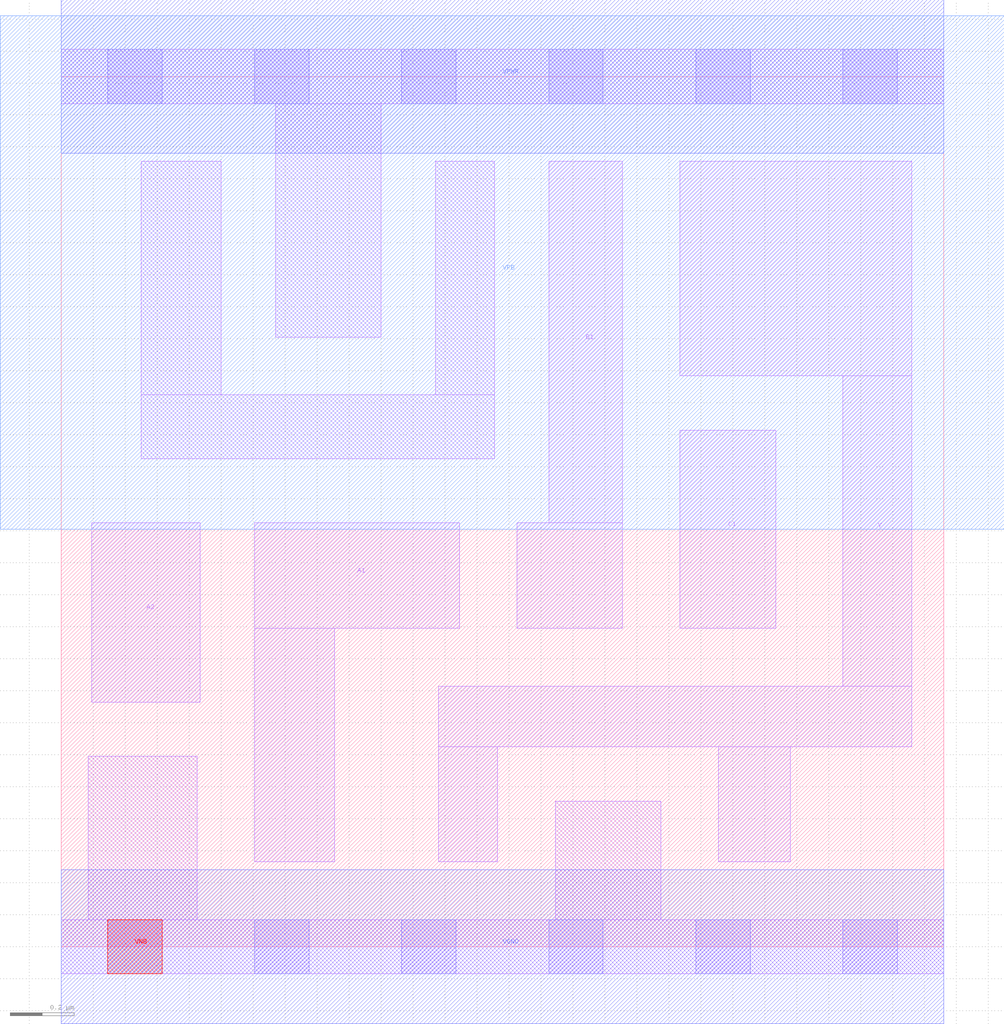
<source format=lef>
# Copyright 2020 The SkyWater PDK Authors
#
# Licensed under the Apache License, Version 2.0 (the "License");
# you may not use this file except in compliance with the License.
# You may obtain a copy of the License at
#
#     https://www.apache.org/licenses/LICENSE-2.0
#
# Unless required by applicable law or agreed to in writing, software
# distributed under the License is distributed on an "AS IS" BASIS,
# WITHOUT WARRANTIES OR CONDITIONS OF ANY KIND, either express or implied.
# See the License for the specific language governing permissions and
# limitations under the License.
#
# SPDX-License-Identifier: Apache-2.0

VERSION 5.7 ;
  NOWIREEXTENSIONATPIN ON ;
  DIVIDERCHAR "/" ;
  BUSBITCHARS "[]" ;
MACRO sky130_fd_sc_hd__a211oi_1
  CLASS CORE ;
  FOREIGN sky130_fd_sc_hd__a211oi_1 ;
  ORIGIN  0.000000  0.000000 ;
  SIZE  2.760000 BY  2.720000 ;
  SYMMETRY X Y R90 ;
  SITE unithd ;
  PIN A1
    ANTENNAGATEAREA  0.247500 ;
    DIRECTION INPUT ;
    USE SIGNAL ;
    PORT
      LAYER li1 ;
        RECT 0.605000 0.265000 0.855000 0.995000 ;
        RECT 0.605000 0.995000 1.245000 1.325000 ;
    END
  END A1
  PIN A2
    ANTENNAGATEAREA  0.247500 ;
    DIRECTION INPUT ;
    USE SIGNAL ;
    PORT
      LAYER li1 ;
        RECT 0.095000 0.765000 0.435000 1.325000 ;
    END
  END A2
  PIN B1
    ANTENNAGATEAREA  0.247500 ;
    DIRECTION INPUT ;
    USE SIGNAL ;
    PORT
      LAYER li1 ;
        RECT 1.425000 0.995000 1.755000 1.325000 ;
        RECT 1.525000 1.325000 1.755000 2.455000 ;
    END
  END B1
  PIN C1
    ANTENNAGATEAREA  0.247500 ;
    DIRECTION INPUT ;
    USE SIGNAL ;
    PORT
      LAYER li1 ;
        RECT 1.935000 0.995000 2.235000 1.615000 ;
    END
  END C1
  PIN VNB
    PORT
      LAYER pwell ;
        RECT 0.145000 -0.085000 0.315000 0.085000 ;
    END
  END VNB
  PIN VPB
    PORT
      LAYER nwell ;
        RECT -0.190000 1.305000 2.950000 2.910000 ;
    END
  END VPB
  PIN Y
    ANTENNADIFFAREA  0.619250 ;
    DIRECTION OUTPUT ;
    USE SIGNAL ;
    PORT
      LAYER li1 ;
        RECT 1.180000 0.265000 1.365000 0.625000 ;
        RECT 1.180000 0.625000 2.660000 0.815000 ;
        RECT 1.935000 1.785000 2.660000 2.455000 ;
        RECT 2.055000 0.265000 2.280000 0.625000 ;
        RECT 2.445000 0.815000 2.660000 1.785000 ;
    END
  END Y
  PIN VGND
    DIRECTION INOUT ;
    SHAPE ABUTMENT ;
    USE GROUND ;
    PORT
      LAYER met1 ;
        RECT 0.000000 -0.240000 2.760000 0.240000 ;
    END
  END VGND
  PIN VPWR
    DIRECTION INOUT ;
    SHAPE ABUTMENT ;
    USE POWER ;
    PORT
      LAYER met1 ;
        RECT 0.000000 2.480000 2.760000 2.960000 ;
    END
  END VPWR
  OBS
    LAYER li1 ;
      RECT 0.000000 -0.085000 2.760000 0.085000 ;
      RECT 0.000000  2.635000 2.760000 2.805000 ;
      RECT 0.085000  0.085000 0.425000 0.595000 ;
      RECT 0.250000  1.525000 1.355000 1.725000 ;
      RECT 0.250000  1.725000 0.500000 2.455000 ;
      RECT 0.670000  1.905000 1.000000 2.635000 ;
      RECT 1.170000  1.725000 1.355000 2.455000 ;
      RECT 1.545000  0.085000 1.875000 0.455000 ;
    LAYER mcon ;
      RECT 0.145000 -0.085000 0.315000 0.085000 ;
      RECT 0.145000  2.635000 0.315000 2.805000 ;
      RECT 0.605000 -0.085000 0.775000 0.085000 ;
      RECT 0.605000  2.635000 0.775000 2.805000 ;
      RECT 1.065000 -0.085000 1.235000 0.085000 ;
      RECT 1.065000  2.635000 1.235000 2.805000 ;
      RECT 1.525000 -0.085000 1.695000 0.085000 ;
      RECT 1.525000  2.635000 1.695000 2.805000 ;
      RECT 1.985000 -0.085000 2.155000 0.085000 ;
      RECT 1.985000  2.635000 2.155000 2.805000 ;
      RECT 2.445000 -0.085000 2.615000 0.085000 ;
      RECT 2.445000  2.635000 2.615000 2.805000 ;
  END
END sky130_fd_sc_hd__a211oi_1
END LIBRARY

</source>
